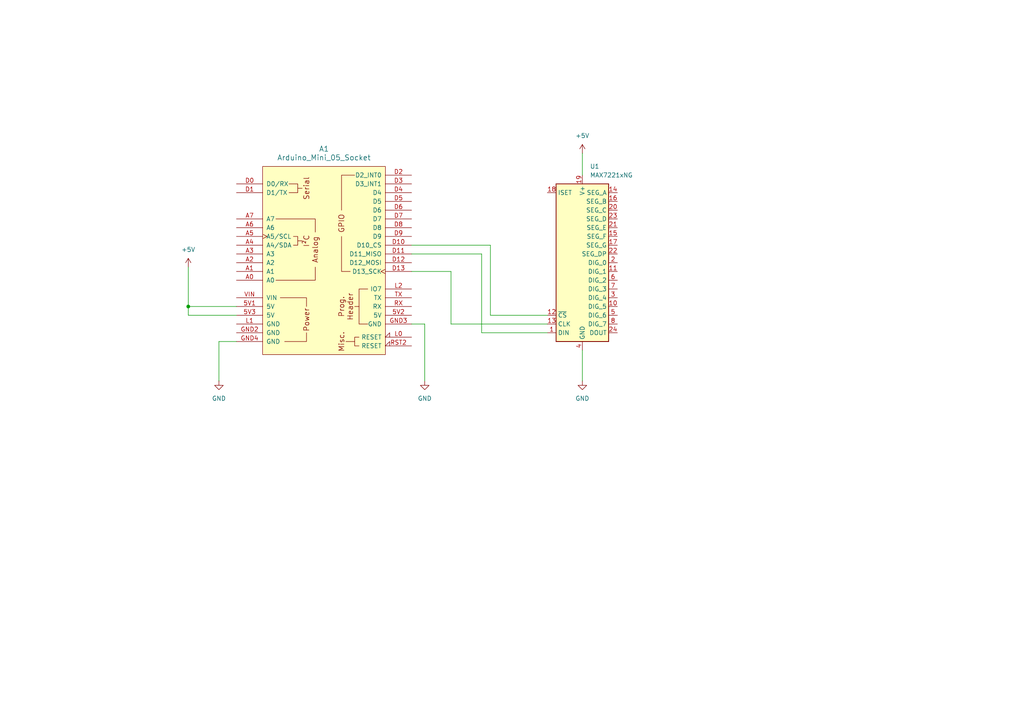
<source format=kicad_sch>
(kicad_sch (version 20231120) (generator "eeschema") (generator_version "8.0")
  (paper "A4")
  (lib_symbols
    (symbol "Driver_LED:MAX7221xNG"
      (property "Reference" "U" (at -6.35 24.13 0))
      (property "Value" "MAX7221xNG" (at 1.27 25.4 0))
      (symbol "MAX7221xNG_0_1"
        (rectangle (start -7.62 22.86) (end 7.62 -22.86) (stroke (width 0.254)) (fill (type background)))
      )
      (symbol "MAX7221xNG_1_1"
        (pin input line (at -10.16 -20.32 0) (length 2.54) (name "DIN") (number "1"))
        (pin open_collector line (at 10.16 -12.7 180) (length 2.54) (name "DIG_5") (number "10"))
        (pin open_collector line (at 10.16 -2.54 180) (length 2.54) (name "DIG_1") (number "11"))
        (pin input line (at -10.16 -15.24 0) (length 2.54) (name "~{CS}") (number "12"))
        (pin input line (at -10.16 -17.78 0) (length 2.54) (name "CLK") (number "13"))
        (pin open_emitter line (at 10.16 20.32 180) (length 2.54) (name "SEG_A") (number "14"))
        (pin open_emitter line (at 10.16 7.62 180) (length 2.54) (name "SEG_F") (number "15"))
        (pin open_emitter line (at 10.16 17.78 180) (length 2.54) (name "SEG_B") (number "16"))
        (pin open_emitter line (at 10.16 5.08 180) (length 2.54) (name "SEG_G") (number "17"))
        (pin input line (at -10.16 20.32 0) (length 2.54) (name "ISET") (number "18"))
        (pin power_in line (at 0 25.4 270) (length 2.54) (name "V+") (number "19"))
        (pin open_collector line (at 10.16 0 180) (length 2.54) (name "DIG_0") (number "2"))
        (pin open_emitter line (at 10.16 15.24 180) (length 2.54) (name "SEG_C") (number "20"))
        (pin open_emitter line (at 10.16 10.16 180) (length 2.54) (name "SEG_E") (number "21"))
        (pin open_emitter line (at 10.16 2.54 180) (length 2.54) (name "SEG_DP") (number "22"))
        (pin open_emitter line (at 10.16 12.7 180) (length 2.54) (name "SEG_D") (number "23"))
        (pin output line (at 10.16 -20.32 180) (length 2.54) (name "DOUT") (number "24"))
        (pin open_collector line (at 10.16 -10.16 180) (length 2.54) (name "DIG_4") (number "3"))
        (pin power_in line (at 0 -25.4 90) (length 2.54) (name "GND") (number "4"))
        (pin open_collector line (at 10.16 -15.24 180) (length 2.54) (name "DIG_6") (number "5"))
        (pin open_collector line (at 10.16 -5.08 180) (length 2.54) (name "DIG_2") (number "6"))
        (pin open_collector line (at 10.16 -7.62 180) (length 2.54) (name "DIG_3") (number "7"))
        (pin open_collector line (at 10.16 -17.78 180) (length 2.54) (name "DIG_7") (number "8"))
        (pin passive line (at 0 -25.4 90) (length 2.54) hide (name "GND") (number "9"))
      )
    )
    (symbol "arduino-library:Arduino_Mini_05_Socket" (pin_names (offset 1.016))
      (property "Reference" "A" (at 0 34.29 0))
      (property "Value" "Arduino_Mini_05_Socket" (at 0 30.48 0))
      (symbol "Arduino_Mini_05_Socket_0_0"
        (rectangle (start -17.78 27.94) (end 17.78 -26.67) (fill (type background)))
        (polyline (pts (xy -7.62 6.35) (xy -6.35 6.35)))
        (polyline (pts (xy -7.62 21.59) (xy -6.35 21.59)))
        (polyline (pts (xy 8.89 -22.86) (xy 6.35 -22.86)))
        (polyline (pts (xy -11.43 -22.86) (xy -5.08 -22.86) (xy -5.08 -20.32)))
        (polyline (pts (xy -5.08 -12.7) (xy -5.08 -10.16) (xy -12.7 -10.16)))
        (polyline (pts (xy -2.54 -1.27) (xy -2.54 -5.08) (xy -13.97 -5.08)))
        (polyline (pts (xy -2.54 8.89) (xy -2.54 12.7) (xy -13.97 12.7)))
        (polyline (pts (xy 10.16 -12.7) (xy 10.16 -17.78) (xy 12.7 -17.78)))
        (polyline (pts (xy -10.16 22.86) (xy -7.62 22.86) (xy -7.62 20.32) (xy -10.16 20.32)))
        (polyline (pts (xy -8.89 7.62) (xy -7.62 7.62) (xy -7.62 5.08) (xy -8.89 5.08)))
        (polyline (pts (xy 12.7 -7.62) (xy 10.16 -7.62) (xy 10.16 -12.7) (xy 8.89 -12.7)))
        (text "Analog" (at -2.54 3.81 900) (effects (font (size 1.524 1.524))))
        (text "Header" (at 7.62 -12.7 900) (effects (font (size 1.524 1.524))))
        (text "I²C" (at -5.08 6.35 900) (effects (font (size 1.524 1.524))))
        (text "Misc." (at 5.08 -22.86 900) (effects (font (size 1.524 1.524))))
        (text "Power" (at -5.08 -16.51 900) (effects (font (size 1.524 1.524))))
        (text "Prog." (at 5.08 -12.7 900) (effects (font (size 1.524 1.524))))
        (text "Serial" (at -5.08 21.59 900) (effects (font (size 1.524 1.524))))
      )
      (symbol "Arduino_Mini_05_Socket_0_1"
        (polyline (pts (xy 7.62 -2.54) (xy 5.08 -2.54) (xy 5.08 7.62)))
        (polyline (pts (xy 8.89 25.4) (xy 5.08 25.4) (xy 5.08 15.24)))
        (polyline (pts (xy 10.16 -21.59) (xy 8.89 -21.59) (xy 8.89 -24.13) (xy 10.16 -24.13)))
      )
      (symbol "Arduino_Mini_05_Socket_1_0"
        (text "GPIO" (at 5.08 11.43 900) (effects (font (size 1.524 1.524))))
      )
      (symbol "Arduino_Mini_05_Socket_1_1"
        (pin power_in line (at -25.4 -12.7 0) (length 7.62) (name "5V") (number "5V1"))
        (pin power_in line (at 25.4 -15.24 180) (length 7.62) (name "5V") (number "5V2"))
        (pin power_in line (at -25.4 -15.24 0) (length 7.62) (name "5V") (number "5V3"))
        (pin bidirectional line (at -25.4 -5.08 0) (length 7.62) (name "A0") (number "A0"))
        (pin bidirectional line (at -25.4 -2.54 0) (length 7.62) (name "A1") (number "A1"))
        (pin bidirectional line (at -25.4 0 0) (length 7.62) (name "A2") (number "A2"))
        (pin bidirectional line (at -25.4 2.54 0) (length 7.62) (name "A3") (number "A3"))
        (pin bidirectional line (at -25.4 5.08 0) (length 7.62) (name "A4/SDA") (number "A4"))
        (pin bidirectional clock (at -25.4 7.62 0) (length 7.62) (name "A5/SCL") (number "A5"))
        (pin input line (at -25.4 10.16 0) (length 7.62) (name "A6") (number "A6"))
        (pin input line (at -25.4 12.7 0) (length 7.62) (name "A7") (number "A7"))
        (pin bidirectional line (at -25.4 22.86 0) (length 7.62) (name "D0/RX") (number "D0"))
        (pin bidirectional line (at -25.4 20.32 0) (length 7.62) (name "D1/TX") (number "D1"))
        (pin bidirectional line (at 25.4 5.08 180) (length 7.62) (name "D10_CS") (number "D10"))
        (pin bidirectional line (at 25.4 2.54 180) (length 7.62) (name "D11_MISO") (number "D11"))
        (pin bidirectional line (at 25.4 0 180) (length 7.62) (name "D12_MOSI") (number "D12"))
        (pin bidirectional clock (at 25.4 -2.54 180) (length 7.62) (name "D13_SCK") (number "D13"))
        (pin bidirectional line (at 25.4 25.4 180) (length 7.62) (name "D2_INT0") (number "D2"))
        (pin bidirectional line (at 25.4 22.86 180) (length 7.62) (name "D3_INT1") (number "D3"))
        (pin bidirectional line (at 25.4 20.32 180) (length 7.62) (name "D4") (number "D4"))
        (pin bidirectional line (at 25.4 17.78 180) (length 7.62) (name "D5") (number "D5"))
        (pin bidirectional line (at 25.4 15.24 180) (length 7.62) (name "D6") (number "D6"))
        (pin bidirectional line (at 25.4 12.7 180) (length 7.62) (name "D7") (number "D7"))
        (pin bidirectional line (at 25.4 10.16 180) (length 7.62) (name "D8") (number "D8"))
        (pin bidirectional line (at 25.4 7.62 180) (length 7.62) (name "D9") (number "D9"))
        (pin power_in line (at -25.4 -20.32 0) (length 7.62) (name "GND") (number "GND2"))
        (pin power_in line (at 25.4 -17.78 180) (length 7.62) (name "GND") (number "GND3"))
        (pin power_in line (at -25.4 -22.86 0) (length 7.62) (name "GND") (number "GND4"))
        (pin open_collector input_low (at 25.4 -21.59 180) (length 7.62) (name "RESET") (number "L0"))
        (pin power_in line (at -25.4 -17.78 0) (length 7.62) (name "GND") (number "L1"))
        (pin bidirectional line (at 25.4 -7.62 180) (length 7.62) (name "IO7") (number "L2"))
        (pin open_collector input_low (at 25.4 -24.13 180) (length 7.62) (name "RESET") (number "RST2"))
        (pin bidirectional line (at 25.4 -12.7 180) (length 7.62) (name "RX") (number "RX"))
        (pin bidirectional line (at 25.4 -10.16 180) (length 7.62) (name "TX") (number "TX"))
        (pin power_in line (at -25.4 -10.16 0) (length 7.62) (name "VIN") (number "VIN"))
      )
    )
    (symbol "power:+5V" (power) (pin_numbers hide) (pin_names (offset 0) hide)
      (property "Value" "+5V" (at 0 3.556 0))
      (symbol "+5V_0_1"
        (polyline (pts (xy -0.762 1.27) (xy 0 2.54)))
        (polyline (pts (xy 0 0) (xy 0 2.54)))
        (polyline (pts (xy 0 2.54) (xy 0.762 1.27)))
      )
      (symbol "+5V_1_1"
        (pin power_in line (at 0 0 90) (length 0) (name "~") (number "1"))
      )
    )
    (symbol "power:GND" (power) (pin_numbers hide) (pin_names (offset 0) hide)
      (property "Value" "GND" (at 0 -3.81 0))
      (symbol "GND_0_1"
        (polyline (pts (xy 0 0) (xy 0 -1.27) (xy 1.27 -1.27) (xy 0 -2.54) (xy -1.27 -1.27) (xy 0 -1.27)))
      )
      (symbol "GND_1_1"
        (pin power_in line (at 0 0 270) (length 0) (name "~") (number "1"))
      )
    )
  )
  (junction (at 54.61 88.9))
  (wire (pts (xy 158.75 93.98) (xy 130.81 93.98)))
  (wire (pts (xy 142.24 91.44) (xy 142.24 71.12)))
  (wire (pts (xy 68.58 99.06) (xy 63.5 99.06)))
  (wire (pts (xy 142.24 71.12) (xy 119.38 71.12)))
  (wire (pts (xy 54.61 77.47) (xy 54.61 88.9)))
  (wire (pts (xy 158.75 96.52) (xy 139.7 96.52)))
  (wire (pts (xy 54.61 91.44) (xy 54.61 88.9)))
  (wire (pts (xy 119.38 93.98) (xy 123.19 93.98)))
  (wire (pts (xy 130.81 78.74) (xy 119.38 78.74)))
  (wire (pts (xy 168.91 101.6) (xy 168.91 110.49)))
  (wire (pts (xy 139.7 96.52) (xy 139.7 73.66)))
  (wire (pts (xy 130.81 93.98) (xy 130.81 78.74)))
  (wire (pts (xy 168.91 44.45) (xy 168.91 50.8)))
  (wire (pts (xy 139.7 73.66) (xy 119.38 73.66)))
  (wire (pts (xy 63.5 99.06) (xy 63.5 110.49)))
  (wire (pts (xy 68.58 91.44) (xy 54.61 91.44)))
  (wire (pts (xy 123.19 93.98) (xy 123.19 110.49)))
  (wire (pts (xy 68.58 88.9) (xy 54.61 88.9)))
  (wire (pts (xy 158.75 91.44) (xy 142.24 91.44)))
  (symbol (lib_id "power:GND") (at 123.19 110.49 0) (unit 1)
    (property "Reference" "#PWR05" (effects (hide yes)))
    (property "Value" "GND" (at 123.19 115.57 0))
    (property "Description" "Power symbol creates a global label with name \"GND\" , ground" (effects (hide yes)))
  )
  (symbol (lib_id "power:GND") (at 63.5 110.49 0) (unit 1)
    (property "Reference" "#PWR01" (effects (hide yes)))
    (property "Value" "GND" (at 63.5 115.57 0))
    (property "Description" "Power symbol creates a global label with name \"GND\" , ground" (effects (hide yes)))
  )
  (symbol (lib_id "power:GND") (at 168.91 110.49 0) (unit 1)
    (property "Reference" "#PWR04" (effects (hide yes)))
    (property "Value" "GND" (at 168.91 115.57 0))
    (property "Description" "Power symbol creates a global label with name \"GND\" , ground" (effects (hide yes)))
  )
  (symbol (lib_id "power:+5V") (at 54.61 77.47 0) (unit 1)
    (property "Reference" "#PWR03" (effects (hide yes)))
    (property "Value" "+5V" (at 54.61 72.39 0))
    (property "Description" "Power symbol creates a global label with name \"+5V\"" (effects (hide yes)))
  )
  (symbol (lib_id "arduino-library:Arduino_Mini_05_Socket") (at 93.98 76.2 0) (unit 1)
    (property "Reference" "A1" (at 93.98 43.18 0) (effects (font (size 1.524 1.524))))
    (property "Value" "Arduino_Mini_05_Socket" (at 93.98 45.72 0) (effects (font (size 1.524 1.524))))
    (property "Footprint" "PCM_arduino-library:Arduino_Mini_Socket" (effects (hide yes)))
    (property "Datasheet" "https://docs.arduino.cc/retired/boards/arduino-mini-05" (effects (hide yes)))
    (property "Description" "Socket for Arduino Mini 05" (effects (hide yes)))
  )
  (symbol (lib_id "Driver_LED:MAX7221xNG") (at 168.91 76.2 0) (unit 1)
    (property "Reference" "U1" (at 171.1041 48.26 0) (effects (justify left)))
    (property "Value" "MAX7221xNG" (at 171.1041 50.8 0) (effects (justify left)))
    (property "Footprint" "Package_DIP:DIP-24_W7.62mm" (effects (hide yes)))
    (property "Datasheet" "https://datasheets.maximintegrated.com/en/ds/MAX7219-MAX7221.pdf" (effects (hide yes)))
    (property "Description" "Serially Interfaced, 8-Digit LED Display Driver, PDIP-24" (effects (hide yes)))
  )
  (symbol (lib_id "power:+5V") (at 168.91 44.45 0) (unit 1)
    (property "Reference" "#PWR02" (effects (hide yes)))
    (property "Value" "+5V" (at 168.91 39.37 0))
    (property "Description" "Power symbol creates a global label with name \"+5V\"" (effects (hide yes)))
  )
)
</source>
